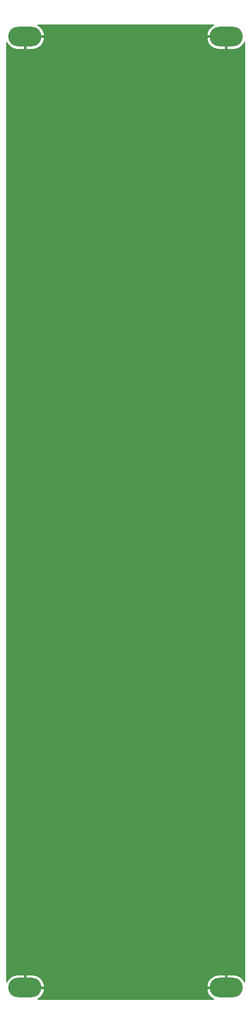
<source format=gbr>
%TF.GenerationSoftware,KiCad,Pcbnew,5.1.10-88a1d61d58~90~ubuntu21.04.1*%
%TF.CreationDate,2021-10-21T11:16:34+02:00*%
%TF.ProjectId,panel-blank-5cm,70616e65-6c2d-4626-9c61-6e6b2d35636d,rev?*%
%TF.SameCoordinates,Original*%
%TF.FileFunction,Copper,L2,Bot*%
%TF.FilePolarity,Positive*%
%FSLAX46Y46*%
G04 Gerber Fmt 4.6, Leading zero omitted, Abs format (unit mm)*
G04 Created by KiCad (PCBNEW 5.1.10-88a1d61d58~90~ubuntu21.04.1) date 2021-10-21 11:16:34*
%MOMM*%
%LPD*%
G01*
G04 APERTURE LIST*
%TA.AperFunction,ComponentPad*%
%ADD10O,6.800000X4.000000*%
%TD*%
%TA.AperFunction,Conductor*%
%ADD11C,0.254000*%
%TD*%
%TA.AperFunction,Conductor*%
%ADD12C,0.100000*%
%TD*%
G04 APERTURE END LIST*
D10*
%TO.P,REF\u002A\u002A,1*%
%TO.N,GND*%
X85600000Y-247000000D03*
X85600000Y-53000000D03*
%TD*%
%TO.P,REF\u002A\u002A,1*%
%TO.N,GND*%
X44400000Y-53000000D03*
X44400000Y-247000000D03*
%TD*%
D11*
%TO.N,GND*%
X82630475Y-50879635D02*
X82246970Y-51226576D01*
X81938519Y-51641669D01*
X81716975Y-52108962D01*
X81620333Y-52462838D01*
X81727009Y-52873000D01*
X85473000Y-52873000D01*
X85473000Y-52853000D01*
X85727000Y-52853000D01*
X85727000Y-52873000D01*
X85747000Y-52873000D01*
X85747000Y-53127000D01*
X85727000Y-53127000D01*
X85727000Y-55635000D01*
X87127000Y-55635000D01*
X87638623Y-55559593D01*
X88125704Y-55385822D01*
X88569525Y-55120365D01*
X88953030Y-54773424D01*
X89261481Y-54358331D01*
X89340000Y-54192714D01*
X89340001Y-245807288D01*
X89261481Y-245641669D01*
X88953030Y-245226576D01*
X88569525Y-244879635D01*
X88125704Y-244614178D01*
X87638623Y-244440407D01*
X87127000Y-244365000D01*
X85727000Y-244365000D01*
X85727000Y-246873000D01*
X85747000Y-246873000D01*
X85747000Y-247127000D01*
X85727000Y-247127000D01*
X85727000Y-247147000D01*
X85473000Y-247147000D01*
X85473000Y-247127000D01*
X81727009Y-247127000D01*
X81620333Y-247537162D01*
X81716975Y-247891038D01*
X81938519Y-248358331D01*
X82246970Y-248773424D01*
X82630475Y-249120365D01*
X82997686Y-249340000D01*
X47002314Y-249340000D01*
X47369525Y-249120365D01*
X47753030Y-248773424D01*
X48061481Y-248358331D01*
X48283025Y-247891038D01*
X48379667Y-247537162D01*
X48272991Y-247127000D01*
X44527000Y-247127000D01*
X44527000Y-247147000D01*
X44273000Y-247147000D01*
X44273000Y-247127000D01*
X44253000Y-247127000D01*
X44253000Y-246873000D01*
X44273000Y-246873000D01*
X44273000Y-244365000D01*
X44527000Y-244365000D01*
X44527000Y-246873000D01*
X48272991Y-246873000D01*
X48379667Y-246462838D01*
X81620333Y-246462838D01*
X81727009Y-246873000D01*
X85473000Y-246873000D01*
X85473000Y-244365000D01*
X84073000Y-244365000D01*
X83561377Y-244440407D01*
X83074296Y-244614178D01*
X82630475Y-244879635D01*
X82246970Y-245226576D01*
X81938519Y-245641669D01*
X81716975Y-246108962D01*
X81620333Y-246462838D01*
X48379667Y-246462838D01*
X48283025Y-246108962D01*
X48061481Y-245641669D01*
X47753030Y-245226576D01*
X47369525Y-244879635D01*
X46925704Y-244614178D01*
X46438623Y-244440407D01*
X45927000Y-244365000D01*
X44527000Y-244365000D01*
X44273000Y-244365000D01*
X42873000Y-244365000D01*
X42361377Y-244440407D01*
X41874296Y-244614178D01*
X41430475Y-244879635D01*
X41046970Y-245226576D01*
X40738519Y-245641669D01*
X40660000Y-245807286D01*
X40660000Y-54192714D01*
X40738519Y-54358331D01*
X41046970Y-54773424D01*
X41430475Y-55120365D01*
X41874296Y-55385822D01*
X42361377Y-55559593D01*
X42873000Y-55635000D01*
X44273000Y-55635000D01*
X44273000Y-53127000D01*
X44527000Y-53127000D01*
X44527000Y-55635000D01*
X45927000Y-55635000D01*
X46438623Y-55559593D01*
X46925704Y-55385822D01*
X47369525Y-55120365D01*
X47753030Y-54773424D01*
X48061481Y-54358331D01*
X48283025Y-53891038D01*
X48379667Y-53537162D01*
X81620333Y-53537162D01*
X81716975Y-53891038D01*
X81938519Y-54358331D01*
X82246970Y-54773424D01*
X82630475Y-55120365D01*
X83074296Y-55385822D01*
X83561377Y-55559593D01*
X84073000Y-55635000D01*
X85473000Y-55635000D01*
X85473000Y-53127000D01*
X81727009Y-53127000D01*
X81620333Y-53537162D01*
X48379667Y-53537162D01*
X48272991Y-53127000D01*
X44527000Y-53127000D01*
X44273000Y-53127000D01*
X44253000Y-53127000D01*
X44253000Y-52873000D01*
X44273000Y-52873000D01*
X44273000Y-52853000D01*
X44527000Y-52853000D01*
X44527000Y-52873000D01*
X48272991Y-52873000D01*
X48379667Y-52462838D01*
X48283025Y-52108962D01*
X48061481Y-51641669D01*
X47753030Y-51226576D01*
X47369525Y-50879635D01*
X47002314Y-50660000D01*
X82997686Y-50660000D01*
X82630475Y-50879635D01*
%TA.AperFunction,Conductor*%
D12*
G36*
X82630475Y-50879635D02*
G01*
X82246970Y-51226576D01*
X81938519Y-51641669D01*
X81716975Y-52108962D01*
X81620333Y-52462838D01*
X81727009Y-52873000D01*
X85473000Y-52873000D01*
X85473000Y-52853000D01*
X85727000Y-52853000D01*
X85727000Y-52873000D01*
X85747000Y-52873000D01*
X85747000Y-53127000D01*
X85727000Y-53127000D01*
X85727000Y-55635000D01*
X87127000Y-55635000D01*
X87638623Y-55559593D01*
X88125704Y-55385822D01*
X88569525Y-55120365D01*
X88953030Y-54773424D01*
X89261481Y-54358331D01*
X89340000Y-54192714D01*
X89340001Y-245807288D01*
X89261481Y-245641669D01*
X88953030Y-245226576D01*
X88569525Y-244879635D01*
X88125704Y-244614178D01*
X87638623Y-244440407D01*
X87127000Y-244365000D01*
X85727000Y-244365000D01*
X85727000Y-246873000D01*
X85747000Y-246873000D01*
X85747000Y-247127000D01*
X85727000Y-247127000D01*
X85727000Y-247147000D01*
X85473000Y-247147000D01*
X85473000Y-247127000D01*
X81727009Y-247127000D01*
X81620333Y-247537162D01*
X81716975Y-247891038D01*
X81938519Y-248358331D01*
X82246970Y-248773424D01*
X82630475Y-249120365D01*
X82997686Y-249340000D01*
X47002314Y-249340000D01*
X47369525Y-249120365D01*
X47753030Y-248773424D01*
X48061481Y-248358331D01*
X48283025Y-247891038D01*
X48379667Y-247537162D01*
X48272991Y-247127000D01*
X44527000Y-247127000D01*
X44527000Y-247147000D01*
X44273000Y-247147000D01*
X44273000Y-247127000D01*
X44253000Y-247127000D01*
X44253000Y-246873000D01*
X44273000Y-246873000D01*
X44273000Y-244365000D01*
X44527000Y-244365000D01*
X44527000Y-246873000D01*
X48272991Y-246873000D01*
X48379667Y-246462838D01*
X81620333Y-246462838D01*
X81727009Y-246873000D01*
X85473000Y-246873000D01*
X85473000Y-244365000D01*
X84073000Y-244365000D01*
X83561377Y-244440407D01*
X83074296Y-244614178D01*
X82630475Y-244879635D01*
X82246970Y-245226576D01*
X81938519Y-245641669D01*
X81716975Y-246108962D01*
X81620333Y-246462838D01*
X48379667Y-246462838D01*
X48283025Y-246108962D01*
X48061481Y-245641669D01*
X47753030Y-245226576D01*
X47369525Y-244879635D01*
X46925704Y-244614178D01*
X46438623Y-244440407D01*
X45927000Y-244365000D01*
X44527000Y-244365000D01*
X44273000Y-244365000D01*
X42873000Y-244365000D01*
X42361377Y-244440407D01*
X41874296Y-244614178D01*
X41430475Y-244879635D01*
X41046970Y-245226576D01*
X40738519Y-245641669D01*
X40660000Y-245807286D01*
X40660000Y-54192714D01*
X40738519Y-54358331D01*
X41046970Y-54773424D01*
X41430475Y-55120365D01*
X41874296Y-55385822D01*
X42361377Y-55559593D01*
X42873000Y-55635000D01*
X44273000Y-55635000D01*
X44273000Y-53127000D01*
X44527000Y-53127000D01*
X44527000Y-55635000D01*
X45927000Y-55635000D01*
X46438623Y-55559593D01*
X46925704Y-55385822D01*
X47369525Y-55120365D01*
X47753030Y-54773424D01*
X48061481Y-54358331D01*
X48283025Y-53891038D01*
X48379667Y-53537162D01*
X81620333Y-53537162D01*
X81716975Y-53891038D01*
X81938519Y-54358331D01*
X82246970Y-54773424D01*
X82630475Y-55120365D01*
X83074296Y-55385822D01*
X83561377Y-55559593D01*
X84073000Y-55635000D01*
X85473000Y-55635000D01*
X85473000Y-53127000D01*
X81727009Y-53127000D01*
X81620333Y-53537162D01*
X48379667Y-53537162D01*
X48272991Y-53127000D01*
X44527000Y-53127000D01*
X44273000Y-53127000D01*
X44253000Y-53127000D01*
X44253000Y-52873000D01*
X44273000Y-52873000D01*
X44273000Y-52853000D01*
X44527000Y-52853000D01*
X44527000Y-52873000D01*
X48272991Y-52873000D01*
X48379667Y-52462838D01*
X48283025Y-52108962D01*
X48061481Y-51641669D01*
X47753030Y-51226576D01*
X47369525Y-50879635D01*
X47002314Y-50660000D01*
X82997686Y-50660000D01*
X82630475Y-50879635D01*
G37*
%TD.AperFunction*%
%TD*%
M02*

</source>
